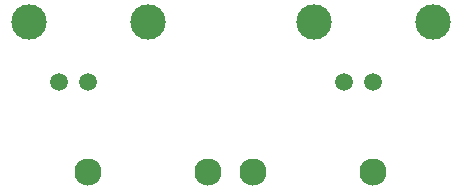
<source format=gbr>
%TF.GenerationSoftware,KiCad,Pcbnew,(5.1.10)-1*%
%TF.CreationDate,2021-10-22T01:29:17+01:00*%
%TF.ProjectId,RCA BOOARD,52434120-424f-44f4-9152-442e6b696361,rev?*%
%TF.SameCoordinates,Original*%
%TF.FileFunction,Soldermask,Bot*%
%TF.FilePolarity,Negative*%
%FSLAX46Y46*%
G04 Gerber Fmt 4.6, Leading zero omitted, Abs format (unit mm)*
G04 Created by KiCad (PCBNEW (5.1.10)-1) date 2021-10-22 01:29:17*
%MOMM*%
%LPD*%
G01*
G04 APERTURE LIST*
%ADD10C,1.500000*%
%ADD11C,3.000000*%
%ADD12C,2.300000*%
G04 APERTURE END LIST*
D10*
%TO.C,RCA 4LEG*%
X149900000Y-134630000D03*
X152400000Y-134630000D03*
D11*
X157450000Y-129530000D03*
X147350000Y-129530000D03*
%TD*%
%TO.C,RCA 4LEG*%
X123220000Y-129530000D03*
X133320000Y-129530000D03*
D10*
X128270000Y-134630000D03*
X125770000Y-134630000D03*
%TD*%
D12*
%TO.C, *%
X138430000Y-142240000D03*
%TD*%
%TO.C, *%
X152400000Y-142240000D03*
%TD*%
%TO.C, *%
X128270000Y-142240000D03*
%TD*%
%TO.C, *%
X142240000Y-142240000D03*
%TD*%
M02*

</source>
